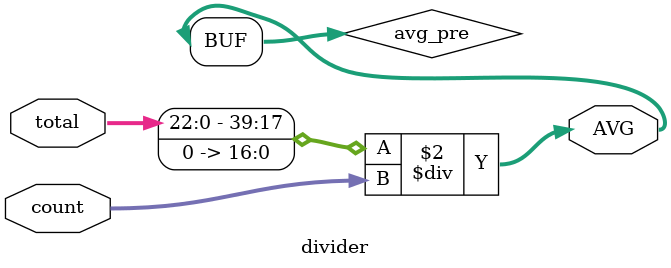
<source format=v>
`timescale 1ns/10ps
module divider(AVG,total,count);

input[14:0] count;
input[22:0] total;

output[39:0] AVG;

wire[39:0] avg_pre=((total<<17)/count);

assign AVG=avg_pre[39:0];

endmodule

</source>
